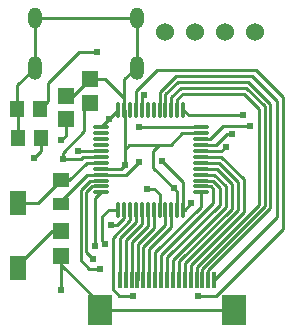
<source format=gtl>
G04 Layer: TopLayer*
G04 EasyEDA v6.5.33, 2023-07-29 01:37:07*
G04 e2284e44ffa54268a608bda52510a791,d031c0a8eb424844af7c2e53bc7358ee,10*
G04 Gerber Generator version 0.2*
G04 Scale: 100 percent, Rotated: No, Reflected: No *
G04 Dimensions in millimeters *
G04 leading zeros omitted , absolute positions ,4 integer and 5 decimal *
%FSLAX45Y45*%
%MOMM*%

%AMMACRO1*21,1,$1,$2,0,0,$3*%
%ADD10C,0.2540*%
%ADD11O,1.499997X0.27000199999999996*%
%ADD12O,0.27000199999999996X1.499997*%
%ADD13MACRO1,1.3769X1.1324X0.0000*%
%ADD14R,1.3770X1.1325*%
%ADD15MACRO1,1.377X1.1326X90.0000*%
%ADD16MACRO1,1.377X1.1325X90.0000*%
%ADD17MACRO1,1.377X1.1325X-90.0000*%
%ADD18MACRO1,1.377X1.1326X-90.0000*%
%ADD19R,1.4000X2.0000*%
%ADD20R,0.3000X1.4000*%
%ADD21R,2.0000X2.5000*%
%ADD22MACRO1,1.3501X1.4101X0.0000*%
%ADD23R,1.3500X1.4100*%
%ADD24MACRO1,1.3501X1.4099X0.0000*%
%ADD25C,1.5240*%
%ADD26O,1.1999976X1.7999964*%
%ADD27O,1.1999976X1.9999959999999999*%
%ADD28C,0.6096*%
%ADD29C,0.6200*%
%ADD30C,0.0124*%

%LPD*%
D10*
X14486890Y6927087D02*
G01*
X14486890Y6982968D01*
X14670277Y7166355D01*
X14670277Y7356855D01*
X14719300Y7405623D01*
X14470888Y6549897D02*
G01*
X14470888Y6573012D01*
X14695677Y6797802D01*
X14808454Y6797802D01*
X14245970Y6937984D02*
G01*
X14302592Y6994606D01*
X14302592Y7107986D01*
X14476597Y6034384D02*
G01*
X14801595Y5709386D01*
X14801595Y5649010D01*
X14801595Y5648960D02*
G01*
X15941547Y5648960D01*
X15058643Y6497828D02*
G01*
X15058643Y6411721D01*
X14911070Y6263894D01*
X14911070Y5832094D01*
X14968981Y5773928D01*
X15079979Y5773928D01*
X15721609Y5906541D02*
G01*
X15721609Y5992627D01*
X16243968Y6514985D01*
X16243968Y7397983D01*
X16058967Y7582984D01*
X15460969Y7582984D01*
X15358592Y7480607D01*
X15358592Y7347762D01*
X15108697Y7347699D02*
G01*
X15108697Y7506710D01*
X15283967Y7681981D01*
X16121979Y7681981D01*
X16349972Y7453988D01*
X16349972Y6338001D01*
X15785975Y5774004D01*
X15631947Y5774004D01*
X15408656Y7347712D02*
G01*
X15408656Y7454645D01*
X15487904Y7533894D01*
X16040861Y7533894D01*
X16199866Y7374889D01*
X16199866Y6529070D01*
X15671545Y6000495D01*
X15671545Y5906515D01*
X15458693Y7347712D02*
G01*
X15458693Y7438644D01*
X15502890Y7483094D01*
X16020034Y7483094D01*
X16149066Y7354062D01*
X16149066Y6542023D01*
X15621508Y6014720D01*
X15621508Y5906515D01*
X15658591Y6947662D02*
G01*
X15832074Y6947662D01*
X16020034Y6759955D01*
X16020034Y6478015D01*
X15571724Y6029705D01*
X15571724Y5906515D01*
X15658591Y6897878D02*
G01*
X15810229Y6897878D01*
X15969995Y6737858D01*
X15969995Y6494018D01*
X15521686Y6045707D01*
X15521686Y5906515D01*
X15308579Y7347712D02*
G01*
X15308579Y7494523D01*
X15443961Y7629905D01*
X16092931Y7629905D01*
X16300958Y7421879D01*
X16300958Y6435852D01*
X15771622Y5906515D01*
X15427706Y6681470D02*
G01*
X15254986Y6854444D01*
X15254986Y7001002D01*
X15301722Y7047737D01*
X15401543Y7047737D01*
X15658591Y6797802D02*
G01*
X15770097Y6797802D01*
X15868904Y6698995D01*
X15868904Y6523989D01*
X15421609Y6076695D01*
X15421609Y5906515D01*
X15658591Y6847839D02*
G01*
X15791179Y6847839D01*
X15917925Y6721094D01*
X15917925Y6510020D01*
X15471647Y6063742D01*
X15471647Y5906515D01*
X15658591Y6747763D02*
G01*
X15757143Y6747763D01*
X15817850Y6687058D01*
X15817850Y6543039D01*
X15371572Y6096507D01*
X15371572Y5906515D01*
X15321534Y5906515D02*
G01*
X15321534Y6115557D01*
X15765018Y6559042D01*
X15765018Y6674104D01*
X15741141Y6697726D01*
X15658591Y6697726D01*
X14105356Y7353985D02*
G01*
X14105356Y7556832D01*
X14252971Y7704447D01*
X14470989Y6749973D02*
G01*
X14277162Y6556146D01*
X14113073Y6556146D01*
X14805913Y6002020D02*
G01*
X14712950Y6002020D01*
X14641068Y6073902D01*
X14641068Y6670039D01*
X14718791Y6747763D01*
X14808708Y6747763D01*
X14958565Y6497830D02*
G01*
X14876686Y6497830D01*
X14822970Y6444114D01*
X14822970Y6238989D01*
X14847976Y6213982D01*
X14808570Y6897781D02*
G01*
X14692772Y6897781D01*
X14544964Y6749973D01*
X14470989Y6749973D01*
X14486966Y6926986D02*
G01*
X14642975Y6926986D01*
X14663798Y6947811D01*
X14808570Y6947811D01*
X15008608Y6497779D02*
G01*
X15008608Y6427627D01*
X14949957Y6368973D01*
X14900960Y6368973D01*
X14758974Y6190995D02*
G01*
X14758974Y6597954D01*
X14808708Y6647687D01*
X14808608Y6697774D02*
G01*
X14732756Y6697774D01*
X14688964Y6653987D01*
X14688964Y6138984D01*
X14740966Y6086982D01*
X15658591Y6997773D02*
G01*
X15830750Y6997773D01*
X15866973Y7033996D01*
X15658591Y6647687D02*
G01*
X15658591Y6525513D01*
X15271495Y6138671D01*
X15271495Y5906515D01*
X15508610Y6497779D02*
G01*
X15520723Y6497779D01*
X15576956Y6554012D01*
X15408656Y6497828D02*
G01*
X15408656Y6351523D01*
X15221711Y6164579D01*
X15221711Y5906515D01*
X15358618Y6497828D02*
G01*
X15358618Y6373621D01*
X15171674Y6186678D01*
X15171674Y5906515D01*
X15258541Y6497828D02*
G01*
X15258541Y6344665D01*
X15121636Y6207505D01*
X15121636Y5906515D01*
X15208504Y6497828D02*
G01*
X15208504Y6362700D01*
X15071597Y6225539D01*
X15071597Y5906515D01*
X15158466Y6497828D02*
G01*
X15158466Y6383528D01*
X15021559Y6246621D01*
X15021559Y5906515D01*
X14971522Y5906515D02*
G01*
X14971522Y6263639D01*
X15108681Y6400545D01*
X15108681Y6497828D01*
X14881352Y7270495D02*
G01*
X14958568Y7347712D01*
X14808708Y7197852D02*
G01*
X14881352Y7270495D01*
X14252973Y8122457D02*
G01*
X14252973Y7704444D01*
X15116985Y8122457D02*
G01*
X14252973Y8122457D01*
X15116985Y7704444D02*
G01*
X15116985Y8122457D01*
X15658597Y7197763D02*
G01*
X15131600Y7197763D01*
X14516115Y7465982D02*
G01*
X14579615Y7465982D01*
X14719315Y7605682D01*
X15008616Y7347747D02*
G01*
X15008616Y7606149D01*
X15113208Y7710731D01*
X14719315Y7605682D02*
G01*
X14847917Y7605682D01*
X15008618Y7444973D01*
X15008618Y7347747D01*
X15158590Y7347750D02*
G01*
X15158590Y7453627D01*
X15177973Y7473010D01*
X15508571Y7347861D02*
G01*
X15556423Y7300010D01*
X16015970Y7300010D01*
X15658597Y7047755D02*
G01*
X15786595Y7047755D01*
X15876221Y7137392D01*
X15925815Y7137392D01*
X15658597Y7097760D02*
G01*
X15736628Y7097760D01*
X15846600Y7207745D01*
X16076627Y7207745D01*
X15458549Y6497721D02*
G01*
X15458549Y6650880D01*
X15427820Y6681596D01*
X15011585Y6877801D02*
G01*
X15011585Y7344765D01*
X15008606Y7347747D01*
X15011585Y6877801D02*
G01*
X15011585Y7007766D01*
X15051605Y7047765D01*
X15401612Y7047765D01*
X15501586Y7147768D01*
X15658597Y7147768D01*
X15508571Y6497723D02*
G01*
X15508571Y6737357D01*
X15331947Y6913981D01*
X14808636Y6847740D02*
G01*
X14981560Y6847740D01*
X15011585Y6877801D01*
X14808636Y6797768D02*
G01*
X15021605Y6797768D01*
X15131587Y6907753D01*
X15131587Y6907781D01*
X15308607Y6497754D02*
G01*
X15308607Y6630774D01*
X15261577Y6677799D01*
X15201618Y6677799D01*
X14474977Y6111976D02*
G01*
X14476597Y6110356D01*
X14476597Y5817765D01*
X14112875Y6005804D02*
G01*
X14112875Y6029101D01*
X14401744Y6317970D01*
X14474977Y6317970D01*
X14808621Y6997760D02*
G01*
X14622211Y6997760D01*
X14621967Y6998004D01*
X14516115Y7265979D02*
G01*
X14516115Y7124692D01*
X14478015Y7086592D01*
X14109339Y7107986D02*
G01*
X14109339Y7353985D01*
X14105356Y7353985D01*
X14298599Y7353985D02*
G01*
X14363712Y7419098D01*
X14363712Y7569194D01*
X14630412Y7835894D01*
X14782812Y7835894D01*
D11*
G01*
X14808606Y7197775D03*
G01*
X14808606Y7147763D03*
G01*
X14808606Y7097776D03*
G01*
X14808606Y7047763D03*
G01*
X14808606Y6997776D03*
G01*
X14808606Y6947763D03*
G01*
X14808606Y6897776D03*
G01*
X14808606Y6847763D03*
G01*
X14808606Y6797776D03*
G01*
X14808606Y6747763D03*
G01*
X14808606Y6697776D03*
G01*
X14808606Y6647764D03*
D12*
G01*
X14958593Y6497777D03*
G01*
X15008606Y6497777D03*
G01*
X15058593Y6497777D03*
G01*
X15108605Y6497777D03*
G01*
X15158593Y6497777D03*
G01*
X15208605Y6497777D03*
G01*
X15258592Y6497777D03*
G01*
X15308605Y6497777D03*
G01*
X15358592Y6497777D03*
G01*
X15408605Y6497777D03*
G01*
X15458592Y6497777D03*
G01*
X15508604Y6497777D03*
D11*
G01*
X15658591Y6647764D03*
G01*
X15658591Y6697776D03*
G01*
X15658591Y6747763D03*
G01*
X15658591Y6797776D03*
G01*
X15658591Y6847763D03*
G01*
X15658591Y6897776D03*
G01*
X15658591Y6947763D03*
G01*
X15658591Y6997776D03*
G01*
X15658591Y7047763D03*
G01*
X15658591Y7097776D03*
G01*
X15658591Y7147763D03*
G01*
X15658591Y7197775D03*
D12*
G01*
X15508604Y7347762D03*
G01*
X15458592Y7347762D03*
G01*
X15408605Y7347762D03*
G01*
X15358592Y7347762D03*
G01*
X15308605Y7347762D03*
G01*
X15258592Y7347762D03*
G01*
X15208605Y7347762D03*
G01*
X15158593Y7347762D03*
G01*
X15108605Y7347762D03*
G01*
X15058593Y7347762D03*
G01*
X15008606Y7347762D03*
G01*
X14958593Y7347762D03*
D13*
G01*
X14470971Y6749986D03*
D14*
G01*
X14470976Y6549979D03*
D15*
G01*
X14298590Y7353979D03*
D16*
G01*
X14105338Y7353979D03*
D17*
G01*
X14109339Y7107993D03*
D18*
G01*
X14302591Y7107993D03*
D19*
G01*
X14112872Y6005814D03*
G01*
X14113075Y6556156D03*
D20*
G01*
X14971598Y5906541D03*
G01*
X15021610Y5906541D03*
G01*
X15071597Y5906541D03*
G01*
X15121610Y5906541D03*
G01*
X15171597Y5906541D03*
G01*
X15221610Y5906541D03*
D21*
G01*
X15941598Y5649061D03*
G01*
X14801595Y5649010D03*
D20*
G01*
X15271597Y5906541D03*
G01*
X15321584Y5906541D03*
G01*
X15371597Y5906541D03*
G01*
X15421584Y5906541D03*
G01*
X15471597Y5906541D03*
G01*
X15521584Y5906541D03*
G01*
X15571597Y5906541D03*
G01*
X15621609Y5906541D03*
G01*
X15671596Y5906541D03*
G01*
X15721609Y5906541D03*
G01*
X15771596Y5906541D03*
D22*
G01*
X14474967Y6317982D03*
D23*
G01*
X14474972Y6111989D03*
D22*
G01*
X14719294Y7605703D03*
D23*
G01*
X14719300Y7405700D03*
D24*
G01*
X14516105Y7465994D03*
D23*
G01*
X14516100Y7266000D03*
D25*
G01*
X16112967Y8007009D03*
G01*
X15858967Y8007009D03*
G01*
X15604967Y8007009D03*
G01*
X15350967Y8007009D03*
D26*
G01*
X14252978Y8122452D03*
G01*
X15116982Y8122452D03*
D27*
G01*
X15116982Y7704444D03*
G01*
X14252978Y7704444D03*
D28*
G01*
X14782800Y7835900D03*
G01*
X14478000Y7086600D03*
G01*
X14621954Y6997994D03*
G01*
X14486956Y6926994D03*
G01*
X14476602Y5817793D03*
G01*
X15631955Y5774001D03*
G01*
X15576958Y6554005D03*
G01*
X15201595Y6677787D03*
G01*
X15011577Y6877786D03*
G01*
X15131592Y6907809D03*
G01*
X15331955Y6913991D03*
G01*
X16076599Y7207783D03*
G01*
X15925800Y7137400D03*
G01*
X16015959Y7300003D03*
G01*
X15177960Y7473010D03*
G01*
X15131592Y7197801D03*
D29*
G01*
X14245970Y6937987D03*
G01*
X14881227Y7270371D03*
G01*
X15866968Y7033986D03*
G01*
X14740971Y6086988D03*
G01*
X14758969Y6190988D03*
G01*
X14847971Y6213988D03*
G01*
X14805969Y6001986D03*
G01*
X14900970Y6368986D03*
G01*
X15427706Y6681723D03*
G01*
X15079969Y5773988D03*
M02*

</source>
